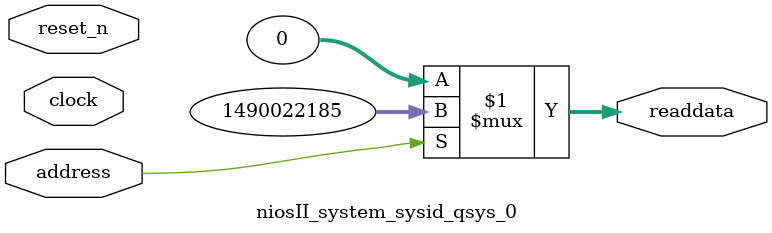
<source format=v>

`timescale 1ns / 1ps
// synthesis translate_on

// turn off superfluous verilog processor warnings 
// altera message_level Level1 
// altera message_off 10034 10035 10036 10037 10230 10240 10030 

module niosII_system_sysid_qsys_0 (
               // inputs:
                address,
                clock,
                reset_n,

               // outputs:
                readdata
             )
;

  output  [ 31: 0] readdata;
  input            address;
  input            clock;
  input            reset_n;

  wire    [ 31: 0] readdata;
  //control_slave, which is an e_avalon_slave
  assign readdata = address ? 1490022185 : 0;

endmodule




</source>
